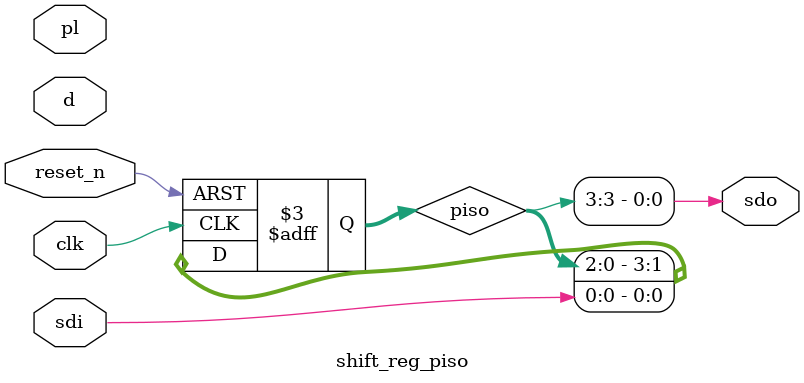
<source format=v>

module shift_reg_piso(
	input clk,
	input reset_n,
	input sdi, // serial data in
	input pl,  // preload
    input [3:0] d,
	output sdo
    );
	
	// Internal 4 bits wide register
	reg [3:0] piso;
	 // nets after the mux'es
	
	// If pl == 1 uses the parallel input as data source
	
	
	// Async negative reset is used
	always @(posedge clk or negedge reset_n) begin
	    if (!reset_n)
		    piso <= 4'b0;
	    else
		    piso[3:0] <= {piso[2:0],sdi};
	end

    // Connect the sdo net to the register MSB
    assign sdo = piso[3];

endmodule

</source>
